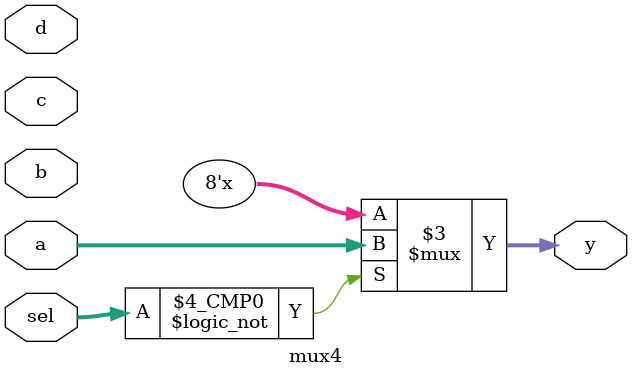
<source format=sv>
module mux4 (
  input  logic [1:0] sel,
  input  logic [7:0] a, b, c, d,
  output logic [7:0] y
);
  always_comb begin
    case (sel)
      // 2'b00 is the binary representation of 0.
      // We could also write 2'b0 or just 0
      2'b00: y = a;  // if sel is 0, output a
      // TODO: add the remaining three branches for b, c, and d
    endcase
  end
endmodule

</source>
